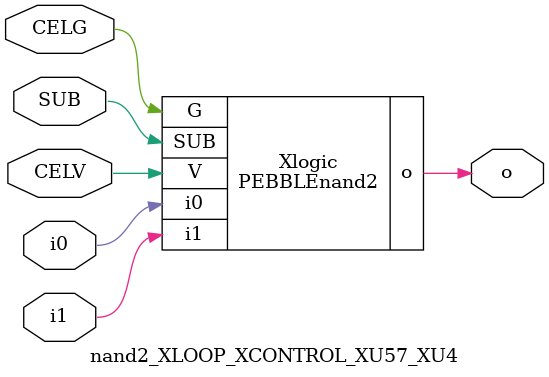
<source format=v>



module PEBBLEnand2 ( o, G, SUB, V, i0, i1 );

  input i0;
  input V;
  input i1;
  input G;
  output o;
  input SUB;
endmodule

//Celera Confidential Do Not Copy nand2_XLOOP_XCONTROL_XU57_XU4
//Celera Confidential Symbol Generator
//5V NAND2
module nand2_XLOOP_XCONTROL_XU57_XU4 (CELV,CELG,i0,i1,o,SUB);
input CELV;
input CELG;
input i0;
input i1;
input SUB;
output o;

//Celera Confidential Do Not Copy nand2
PEBBLEnand2 Xlogic(
.V (CELV),
.i0 (i0),
.i1 (i1),
.o (o),
.SUB (SUB),
.G (CELG)
);
//,diesize,PEBBLEnand2

//Celera Confidential Do Not Copy Module End
//Celera Schematic Generator
endmodule

</source>
